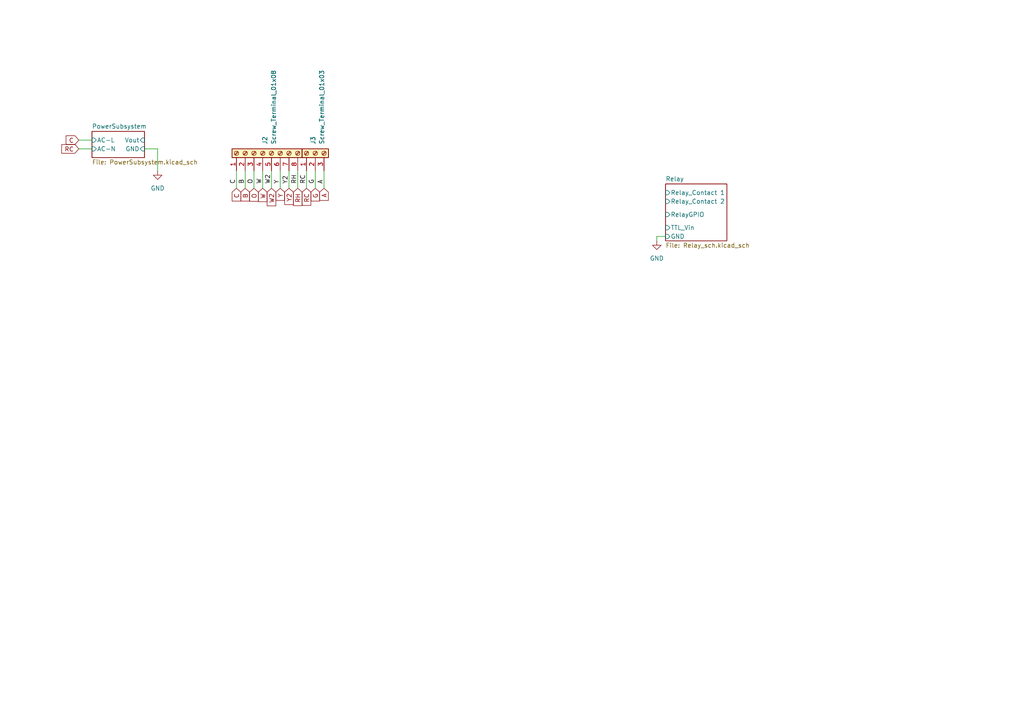
<source format=kicad_sch>
(kicad_sch (version 20230121) (generator eeschema)
  (paper "A4")
  (lib_symbols
    (symbol "Connector:Screw_Terminal_01x03" (pin_names (offset 1.016) hide)
      (property "Reference" "J" (at 0 5.08 0))
      (property "Value" "Screw_Terminal_01x03" (at 0 -5.08 0))
      (symbol "Screw_Terminal_01x03_1_1"
        (rectangle (start -1.27 3.81) (end 1.27 -3.81) (stroke (width 0.254)) (fill (type background)))
        (circle (center 0 -2.54) (radius 0.635) (stroke (width 0.1524)))
        (polyline (pts (xy -0.5334 -2.2098) (xy 0.3302 -3.048)) (stroke (width 0.1524)))
        (polyline (pts (xy -0.5334 0.3302) (xy 0.3302 -0.508)) (stroke (width 0.1524)))
        (polyline (pts (xy -0.5334 2.8702) (xy 0.3302 2.032)) (stroke (width 0.1524)))
        (polyline (pts (xy -0.3556 -2.032) (xy 0.508 -2.8702)) (stroke (width 0.1524)))
        (polyline (pts (xy -0.3556 0.508) (xy 0.508 -0.3302)) (stroke (width 0.1524)))
        (polyline (pts (xy -0.3556 3.048) (xy 0.508 2.2098)) (stroke (width 0.1524)))
        (circle (center 0 0) (radius 0.635) (stroke (width 0.1524)))
        (circle (center 0 2.54) (radius 0.635) (stroke (width 0.1524)))
        (pin passive line (at -5.08 2.54 0) (length 3.81) (name "Pin_1") (number "1"))
        (pin passive line (at -5.08 0 0) (length 3.81) (name "Pin_2") (number "2"))
        (pin passive line (at -5.08 -2.54 0) (length 3.81) (name "Pin_3") (number "3"))
      )
    )
    (symbol "Connector:Screw_Terminal_01x08" (pin_names (offset 1.016) hide)
      (property "Reference" "J" (at 0 10.16 0))
      (property "Value" "Screw_Terminal_01x08" (at 0 -12.7 0))
      (symbol "Screw_Terminal_01x08_1_1"
        (rectangle (start -1.27 8.89) (end 1.27 -11.43) (stroke (width 0.254)) (fill (type background)))
        (circle (center 0 -10.16) (radius 0.635) (stroke (width 0.1524)))
        (circle (center 0 -7.62) (radius 0.635) (stroke (width 0.1524)))
        (circle (center 0 -5.08) (radius 0.635) (stroke (width 0.1524)))
        (circle (center 0 -2.54) (radius 0.635) (stroke (width 0.1524)))
        (polyline (pts (xy -0.5334 -9.8298) (xy 0.3302 -10.668)) (stroke (width 0.1524)))
        (polyline (pts (xy -0.5334 -7.2898) (xy 0.3302 -8.128)) (stroke (width 0.1524)))
        (polyline (pts (xy -0.5334 -4.7498) (xy 0.3302 -5.588)) (stroke (width 0.1524)))
        (polyline (pts (xy -0.5334 -2.2098) (xy 0.3302 -3.048)) (stroke (width 0.1524)))
        (polyline (pts (xy -0.5334 0.3302) (xy 0.3302 -0.508)) (stroke (width 0.1524)))
        (polyline (pts (xy -0.5334 2.8702) (xy 0.3302 2.032)) (stroke (width 0.1524)))
        (polyline (pts (xy -0.5334 5.4102) (xy 0.3302 4.572)) (stroke (width 0.1524)))
        (polyline (pts (xy -0.5334 7.9502) (xy 0.3302 7.112)) (stroke (width 0.1524)))
        (polyline (pts (xy -0.3556 -9.652) (xy 0.508 -10.4902)) (stroke (width 0.1524)))
        (polyline (pts (xy -0.3556 -7.112) (xy 0.508 -7.9502)) (stroke (width 0.1524)))
        (polyline (pts (xy -0.3556 -4.572) (xy 0.508 -5.4102)) (stroke (width 0.1524)))
        (polyline (pts (xy -0.3556 -2.032) (xy 0.508 -2.8702)) (stroke (width 0.1524)))
        (polyline (pts (xy -0.3556 0.508) (xy 0.508 -0.3302)) (stroke (width 0.1524)))
        (polyline (pts (xy -0.3556 3.048) (xy 0.508 2.2098)) (stroke (width 0.1524)))
        (polyline (pts (xy -0.3556 5.588) (xy 0.508 4.7498)) (stroke (width 0.1524)))
        (polyline (pts (xy -0.3556 8.128) (xy 0.508 7.2898)) (stroke (width 0.1524)))
        (circle (center 0 0) (radius 0.635) (stroke (width 0.1524)))
        (circle (center 0 2.54) (radius 0.635) (stroke (width 0.1524)))
        (circle (center 0 5.08) (radius 0.635) (stroke (width 0.1524)))
        (circle (center 0 7.62) (radius 0.635) (stroke (width 0.1524)))
        (pin passive line (at -5.08 7.62 0) (length 3.81) (name "Pin_1") (number "1"))
        (pin passive line (at -5.08 5.08 0) (length 3.81) (name "Pin_2") (number "2"))
        (pin passive line (at -5.08 2.54 0) (length 3.81) (name "Pin_3") (number "3"))
        (pin passive line (at -5.08 0 0) (length 3.81) (name "Pin_4") (number "4"))
        (pin passive line (at -5.08 -2.54 0) (length 3.81) (name "Pin_5") (number "5"))
        (pin passive line (at -5.08 -5.08 0) (length 3.81) (name "Pin_6") (number "6"))
        (pin passive line (at -5.08 -7.62 0) (length 3.81) (name "Pin_7") (number "7"))
        (pin passive line (at -5.08 -10.16 0) (length 3.81) (name "Pin_8") (number "8"))
      )
    )
    (symbol "power:GND" (power) (pin_names (offset 0))
      (property "Value" "GND" (at 0 -3.81 0))
      (symbol "GND_0_1"
        (polyline (pts (xy 0 0) (xy 0 -1.27) (xy 1.27 -1.27) (xy 0 -2.54) (xy -1.27 -1.27) (xy 0 -1.27)))
      )
      (symbol "GND_1_1"
        (pin power_in line (at 0 0 270) (length 0) hide (name "GND") (number "1"))
      )
    )
  )
  (wire (pts (xy 81.28 49.53) (xy 81.28 54.61)))
  (wire (pts (xy 76.2 49.53) (xy 76.2 54.61)))
  (wire (pts (xy 41.91 43.18) (xy 45.72 43.18)))
  (wire (pts (xy 78.74 49.53) (xy 78.74 54.61)))
  (wire (pts (xy 68.58 49.53) (xy 68.58 54.61)))
  (wire (pts (xy 93.98 49.53) (xy 93.98 54.61)))
  (wire (pts (xy 193.04 68.58) (xy 190.5 68.58)))
  (wire (pts (xy 22.86 40.64) (xy 26.67 40.64)))
  (wire (pts (xy 83.82 49.53) (xy 83.82 54.61)))
  (wire (pts (xy 71.12 49.53) (xy 71.12 54.61)))
  (wire (pts (xy 190.5 68.58) (xy 190.5 69.85)))
  (wire (pts (xy 86.36 49.53) (xy 86.36 54.61)))
  (wire (pts (xy 22.86 43.18) (xy 26.67 43.18)))
  (wire (pts (xy 91.44 49.53) (xy 91.44 54.61)))
  (wire (pts (xy 73.66 49.53) (xy 73.66 54.61)))
  (wire (pts (xy 45.72 43.18) (xy 45.72 49.53)))
  (wire (pts (xy 88.9 49.53) (xy 88.9 54.61)))
  (label "G" (at 91.44 53.34 90))
  (label "B" (at 71.12 53.34 90))
  (label "Y2" (at 83.82 53.34 90))
  (label "RC" (at 88.9 53.34 90))
  (label "W" (at 76.2 53.34 90))
  (label "W2" (at 78.74 53.34 90))
  (label "Y" (at 81.28 53.34 90))
  (label "C" (at 68.58 53.34 90))
  (label "O" (at 73.66 53.34 90))
  (label "RH" (at 86.36 53.34 90))
  (label "A" (at 93.98 53.34 90))
  (global_label "C" (shape input) (at 68.58 54.61 270) (property "Intersheetrefs" "${INTERSHEET_REFS}" (effects hide)))
  (global_label "W2" (shape input) (at 78.74 54.61 270) (property "Intersheetrefs" "${INTERSHEET_REFS}" (effects hide)))
  (global_label "W" (shape input) (at 76.2 54.61 270) (property "Intersheetrefs" "${INTERSHEET_REFS}" (effects hide)))
  (global_label "Y2" (shape input) (at 83.82 54.61 270) (property "Intersheetrefs" "${INTERSHEET_REFS}" (effects hide)))
  (global_label "RC" (shape input) (at 88.9 54.61 270) (property "Intersheetrefs" "${INTERSHEET_REFS}" (effects hide)))
  (global_label "Y" (shape input) (at 81.28 54.61 270) (property "Intersheetrefs" "${INTERSHEET_REFS}" (effects hide)))
  (global_label "B" (shape input) (at 71.12 54.61 270) (property "Intersheetrefs" "${INTERSHEET_REFS}" (effects hide)))
  (global_label "G" (shape input) (at 91.44 54.61 270) (property "Intersheetrefs" "${INTERSHEET_REFS}" (effects hide)))
  (global_label "RC" (shape input) (at 22.86 43.18 180) (property "Intersheetrefs" "${INTERSHEET_REFS}" (effects hide)))
  (global_label "RH" (shape input) (at 86.36 54.61 270) (property "Intersheetrefs" "${INTERSHEET_REFS}" (effects hide)))
  (global_label "O" (shape input) (at 73.66 54.61 270) (property "Intersheetrefs" "${INTERSHEET_REFS}" (effects hide)))
  (global_label "A" (shape input) (at 93.98 54.61 270) (property "Intersheetrefs" "${INTERSHEET_REFS}" (effects hide)))
  (global_label "C" (shape input) (at 22.86 40.64 180) (property "Intersheetrefs" "${INTERSHEET_REFS}" (effects hide)))
  (symbol (lib_id "power:GND") (at 190.5 69.85 0) (unit 1)
    (property "Reference" "#PWR02" (effects hide))
    (property "Value" "GND" (at 190.5 74.93 0))
  )
  (symbol (lib_id "power:GND") (at 45.72 49.53 0) (unit 1)
    (property "Reference" "#PWR01" (effects hide))
    (property "Value" "GND" (at 45.72 54.61 0))
  )
  (symbol (lib_id "Connector:Screw_Terminal_01x08") (at 76.2 44.45 90) (unit 1)
    (property "Reference" "J2" (at 76.835 41.91 0) (effects (justify left)))
    (property "Value" "Screw_Terminal_01x08" (at 79.375 41.91 0) (effects (justify left)))
  )
  (symbol (lib_id "Connector:Screw_Terminal_01x03") (at 91.44 44.45 90) (unit 1)
    (property "Reference" "J3" (at 90.805 41.91 0) (effects (justify left)))
    (property "Value" "Screw_Terminal_01x03" (at 93.345 41.91 0) (effects (justify left)))
  )
  (sheet (at 26.67 38.1) (size 15.24 7.62) (stroke (width 0.1524))
    (property "Sheetname" "PowerSubsystem" (at 26.67 37.3884 0) (effects (justify left bottom)))
    (property "Sheetfile" "PowerSubsystem.kicad_sch" (at 26.67 46.3046 0) (effects (justify left top)))
    (pin "GND" input (at 41.91 43.18 0))
    (pin "AC-L" input (at 26.67 40.64 180))
    (pin "AC-N" input (at 26.67 43.18 180))
    (pin "Vout" input (at 41.91 40.64 0))
  )
  (sheet (at 193.04 53.34) (size 17.78 16.51) (stroke (width 0.1524))
    (property "Sheetname" "Relay" (at 193.04 52.6284 0) (effects (justify left bottom)))
    (property "Sheetfile" "Relay_sch.kicad_sch" (at 193.04 70.4346 0) (effects (justify left top)))
    (pin "GND" input (at 193.04 68.58 180))
    (pin "Relay_Contact 2" input (at 193.04 58.42 180))
    (pin "Relay_Contact 1" input (at 193.04 55.88 180))
    (pin "RelayGPIO" input (at 193.04 62.23 180))
    (pin "TTL_Vin" input (at 193.04 66.04 180))
  )
)
</source>
